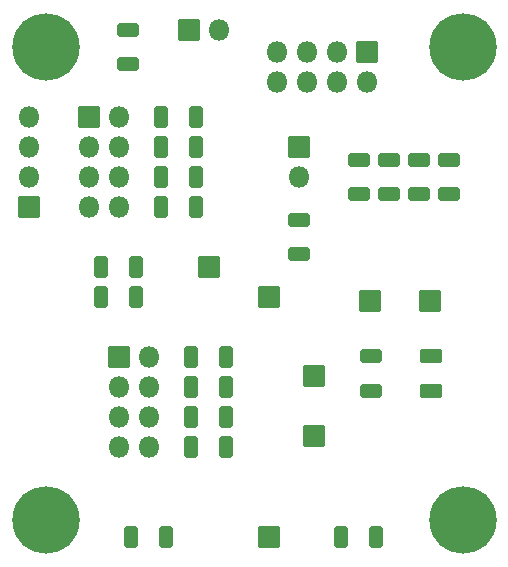
<source format=gts>
G04 #@! TF.GenerationSoftware,KiCad,Pcbnew,(6.0.5)*
G04 #@! TF.CreationDate,2022-06-17T10:27:33-05:00*
G04 #@! TF.ProjectId,model_cell,6d6f6465-6c5f-4636-956c-6c2e6b696361,rev?*
G04 #@! TF.SameCoordinates,Original*
G04 #@! TF.FileFunction,Soldermask,Top*
G04 #@! TF.FilePolarity,Negative*
%FSLAX46Y46*%
G04 Gerber Fmt 4.6, Leading zero omitted, Abs format (unit mm)*
G04 Created by KiCad (PCBNEW (6.0.5)) date 2022-06-17 10:27:33*
%MOMM*%
%LPD*%
G01*
G04 APERTURE LIST*
G04 Aperture macros list*
%AMRoundRect*
0 Rectangle with rounded corners*
0 $1 Rounding radius*
0 $2 $3 $4 $5 $6 $7 $8 $9 X,Y pos of 4 corners*
0 Add a 4 corners polygon primitive as box body*
4,1,4,$2,$3,$4,$5,$6,$7,$8,$9,$2,$3,0*
0 Add four circle primitives for the rounded corners*
1,1,$1+$1,$2,$3*
1,1,$1+$1,$4,$5*
1,1,$1+$1,$6,$7*
1,1,$1+$1,$8,$9*
0 Add four rect primitives between the rounded corners*
20,1,$1+$1,$2,$3,$4,$5,0*
20,1,$1+$1,$4,$5,$6,$7,0*
20,1,$1+$1,$6,$7,$8,$9,0*
20,1,$1+$1,$8,$9,$2,$3,0*%
G04 Aperture macros list end*
%ADD10C,5.701600*%
%ADD11C,5.701599*%
%ADD12RoundRect,0.300800X0.312500X0.625000X-0.312500X0.625000X-0.312500X-0.625000X0.312500X-0.625000X0*%
%ADD13RoundRect,0.050800X-0.850000X0.850000X-0.850000X-0.850000X0.850000X-0.850000X0.850000X0.850000X0*%
%ADD14RoundRect,0.300800X0.650000X-0.325000X0.650000X0.325000X-0.650000X0.325000X-0.650000X-0.325000X0*%
%ADD15RoundRect,0.050800X-0.850000X-0.850000X0.850000X-0.850000X0.850000X0.850000X-0.850000X0.850000X0*%
%ADD16O,1.801600X1.801600*%
%ADD17RoundRect,0.300800X0.625000X-0.312500X0.625000X0.312500X-0.625000X0.312500X-0.625000X-0.312500X0*%
%ADD18RoundRect,0.300800X-0.312500X-0.625000X0.312500X-0.625000X0.312500X0.625000X-0.312500X0.625000X0*%
%ADD19RoundRect,0.050800X0.850000X-0.850000X0.850000X0.850000X-0.850000X0.850000X-0.850000X-0.850000X0*%
%ADD20RoundRect,0.300800X-0.625000X0.312500X-0.625000X-0.312500X0.625000X-0.312500X0.625000X0.312500X0*%
%ADD21RoundRect,0.050800X0.850000X0.850000X-0.850000X0.850000X-0.850000X-0.850000X0.850000X-0.850000X0*%
G04 APERTURE END LIST*
D10*
X39309200Y44000000D03*
D11*
X4000000Y4000000D03*
D10*
X4000000Y44000000D03*
D12*
X31942500Y2540000D03*
X29017500Y2540000D03*
D10*
X39309200Y4000000D03*
D12*
X19242500Y12700000D03*
X16317500Y12700000D03*
X19242500Y10160000D03*
X16317500Y10160000D03*
D13*
X22860000Y2540000D03*
D12*
X19242500Y15240000D03*
X16317500Y15240000D03*
D14*
X36579063Y14919362D03*
X36579063Y17869362D03*
D15*
X25400000Y35560000D03*
D16*
X25400000Y33020000D03*
D17*
X30480000Y31557500D03*
X30480000Y34482500D03*
D18*
X8697500Y25400000D03*
X11622500Y25400000D03*
D15*
X26666659Y11130799D03*
D13*
X31182927Y43610963D03*
D16*
X31182927Y41070963D03*
X28642927Y43610963D03*
X28642927Y41070963D03*
X26102927Y43610963D03*
X26102927Y41070963D03*
X23562927Y43610963D03*
X23562927Y41070963D03*
D15*
X36519298Y22543723D03*
D17*
X35560000Y31557500D03*
X35560000Y34482500D03*
X33020000Y31557500D03*
X33020000Y34482500D03*
D19*
X16141855Y45458483D03*
D16*
X18681855Y45458483D03*
D15*
X7620000Y38100000D03*
D16*
X10160000Y38100000D03*
X7620000Y35560000D03*
X10160000Y35560000D03*
X7620000Y33020000D03*
X10160000Y33020000D03*
X7620000Y30480000D03*
X10160000Y30480000D03*
D12*
X19242500Y17780000D03*
X16317500Y17780000D03*
D15*
X31439298Y22543723D03*
D18*
X8697500Y22860000D03*
X11622500Y22860000D03*
D20*
X25400000Y29402500D03*
X25400000Y26477500D03*
D15*
X22860000Y22860000D03*
D21*
X2540000Y30480000D03*
D16*
X2540000Y33020000D03*
X2540000Y35560000D03*
X2540000Y38100000D03*
D15*
X17780000Y25400000D03*
D18*
X13777500Y30480000D03*
X16702500Y30480000D03*
D17*
X31499063Y14931862D03*
X31499063Y17856862D03*
D18*
X13777500Y38100000D03*
X16702500Y38100000D03*
D15*
X10160000Y17780000D03*
D16*
X12700000Y17780000D03*
X10160000Y15240000D03*
X12700000Y15240000D03*
X10160000Y12700000D03*
X12700000Y12700000D03*
X10160000Y10160000D03*
X12700000Y10160000D03*
D18*
X13777500Y33020000D03*
X16702500Y33020000D03*
D15*
X26666659Y16210799D03*
D17*
X10918730Y42576656D03*
X10918730Y45501656D03*
X38100000Y31557500D03*
X38100000Y34482500D03*
D18*
X11237500Y2540000D03*
X14162500Y2540000D03*
X13777500Y35560000D03*
X16702500Y35560000D03*
M02*

</source>
